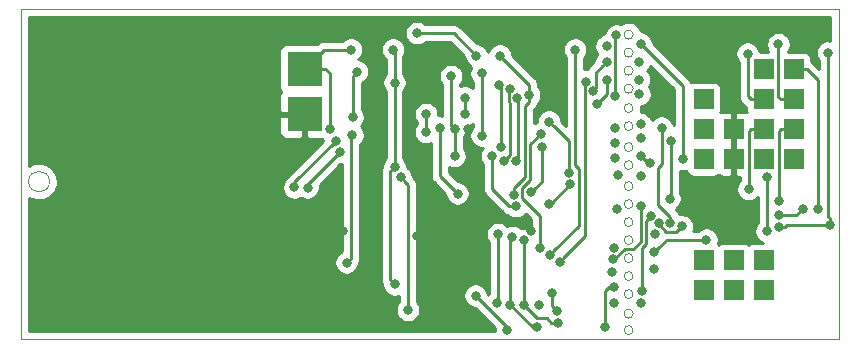
<source format=gbr>
G04 #@! TF.GenerationSoftware,KiCad,Pcbnew,(5.1.0)-1*
G04 #@! TF.CreationDate,2019-05-20T22:37:16-04:00*
G04 #@! TF.ProjectId,PicoTrackerWSPR1Rev5,5069636f-5472-4616-936b-657257535052,rev?*
G04 #@! TF.SameCoordinates,Original*
G04 #@! TF.FileFunction,Copper,L2,Bot*
G04 #@! TF.FilePolarity,Positive*
%FSLAX46Y46*%
G04 Gerber Fmt 4.6, Leading zero omitted, Abs format (unit mm)*
G04 Created by KiCad (PCBNEW (5.1.0)-1) date 2019-05-20 22:37:16*
%MOMM*%
%LPD*%
G04 APERTURE LIST*
%ADD10C,0.100000*%
%ADD11R,3.000000X3.000000*%
%ADD12R,1.700000X1.700000*%
%ADD13C,0.800000*%
%ADD14C,0.250000*%
%ADD15C,0.254000*%
G04 APERTURE END LIST*
D10*
X53975000Y-62230000D02*
X53975000Y-63500000D01*
X123190000Y-62230000D02*
X123190000Y-63500000D01*
X53975000Y-90170000D02*
X53975000Y-63500000D01*
X123190000Y-90170000D02*
X53975000Y-90170000D01*
X123190000Y-63500000D02*
X123190000Y-90170000D01*
X53975000Y-62230000D02*
X123190000Y-62230000D01*
X105791021Y-89408000D02*
G75*
G03X105791021Y-89408000I-381021J0D01*
G01*
X105791021Y-64389000D02*
G75*
G03X105791021Y-64389000I-381021J0D01*
G01*
X105791021Y-65913000D02*
G75*
G03X105791021Y-65913000I-381021J0D01*
G01*
X105791021Y-67437000D02*
G75*
G03X105791021Y-67437000I-381021J0D01*
G01*
X105791021Y-68961000D02*
G75*
G03X105791021Y-68961000I-381021J0D01*
G01*
X105791021Y-70612000D02*
G75*
G03X105791021Y-70612000I-381021J0D01*
G01*
X105791021Y-72136000D02*
G75*
G03X105791021Y-72136000I-381021J0D01*
G01*
X105791021Y-73914000D02*
G75*
G03X105791021Y-73914000I-381021J0D01*
G01*
X105791021Y-75438000D02*
G75*
G03X105791021Y-75438000I-381021J0D01*
G01*
X105791021Y-77216000D02*
G75*
G03X105791021Y-77216000I-381021J0D01*
G01*
X105791021Y-78740000D02*
G75*
G03X105791021Y-78740000I-381021J0D01*
G01*
X105791021Y-80264000D02*
G75*
G03X105791021Y-80264000I-381021J0D01*
G01*
X105791021Y-81788000D02*
G75*
G03X105791021Y-81788000I-381021J0D01*
G01*
X105791021Y-83312000D02*
G75*
G03X105791021Y-83312000I-381021J0D01*
G01*
X105791021Y-86360000D02*
G75*
G03X105791021Y-86360000I-381021J0D01*
G01*
X105791021Y-84836000D02*
G75*
G03X105791021Y-84836000I-381021J0D01*
G01*
X105791021Y-88011000D02*
G75*
G03X105791021Y-88011000I-381021J0D01*
G01*
X56388000Y-76835000D02*
G75*
G03X56388000Y-76835000I-889000J0D01*
G01*
D11*
X77978000Y-71120000D03*
X77978000Y-67310000D03*
D12*
X111760000Y-74930000D03*
X114300000Y-74930000D03*
X116840000Y-69850000D03*
X119380000Y-69850000D03*
X111760000Y-72390000D03*
X116840000Y-72390000D03*
X119380000Y-72390000D03*
X116840000Y-83506000D03*
X114300000Y-83506000D03*
X111760000Y-83506000D03*
X116840000Y-86046000D03*
X114300000Y-86046000D03*
X111760000Y-86046000D03*
X119380000Y-74930000D03*
X116840000Y-74930000D03*
X116840000Y-67310000D03*
X119380000Y-67310000D03*
X111760000Y-69850000D03*
X114300000Y-72390000D03*
D13*
X57150000Y-68707000D03*
X57150000Y-67818000D03*
X57150000Y-66929000D03*
X57150000Y-66040000D03*
X57150000Y-65151000D03*
X58039000Y-65151000D03*
X58928000Y-65151000D03*
X59817000Y-65151000D03*
X60706000Y-65151000D03*
X61595000Y-65405000D03*
X61595000Y-66294000D03*
X61595000Y-67183000D03*
X61595000Y-68072000D03*
X57785000Y-81026000D03*
X57785000Y-80137000D03*
X57785000Y-79248000D03*
X57785000Y-78359000D03*
X57785000Y-77470000D03*
X57785000Y-76581000D03*
X57785000Y-75692000D03*
X57785000Y-74803000D03*
X57785000Y-73914000D03*
X57785000Y-73025000D03*
X57785000Y-72136000D03*
X73025000Y-72136000D03*
X73025000Y-74803000D03*
X73025000Y-76581000D03*
X73025000Y-78359000D03*
X73025000Y-73025000D03*
X73025000Y-75692000D03*
X73025000Y-77470000D03*
X73025000Y-73914000D03*
X60706000Y-76581000D03*
X60706000Y-78359000D03*
X60706000Y-79248000D03*
X60706000Y-73025000D03*
X60706000Y-81026000D03*
X60706000Y-77470000D03*
X60706000Y-80137000D03*
X60706000Y-73914000D03*
X60706000Y-74803000D03*
X60706000Y-72136000D03*
X60706000Y-75692000D03*
X63627000Y-80137000D03*
X63627000Y-79248000D03*
X63627000Y-73914000D03*
X63627000Y-81026000D03*
X63627000Y-75692000D03*
X63627000Y-76581000D03*
X63627000Y-78359000D03*
X63627000Y-73025000D03*
X63627000Y-77470000D03*
X63627000Y-74803000D03*
X63627000Y-72136000D03*
X66421000Y-80137000D03*
X66421000Y-81026000D03*
X66421000Y-73025000D03*
X66421000Y-79248000D03*
X66421000Y-77470000D03*
X66421000Y-76581000D03*
X66421000Y-75692000D03*
X66421000Y-73914000D03*
X66421000Y-78359000D03*
X66421000Y-74803000D03*
X66421000Y-72136000D03*
X70104000Y-74803000D03*
X70104000Y-76581000D03*
X70104000Y-75692000D03*
X70104000Y-78359000D03*
X70104000Y-73025000D03*
X70104000Y-72136000D03*
X70104000Y-79248000D03*
X70104000Y-77470000D03*
X70104000Y-80137000D03*
X70104000Y-73914000D03*
X58674000Y-81026000D03*
X59690000Y-81026000D03*
X64516000Y-81026000D03*
X65405000Y-81026000D03*
X67310000Y-81026000D03*
X68199000Y-81026000D03*
X70993000Y-81026000D03*
X61595000Y-72136000D03*
X62611000Y-72136000D03*
X64516000Y-72136000D03*
X65405000Y-72136000D03*
X67310000Y-72136000D03*
X68199000Y-72136000D03*
X69088000Y-72136000D03*
X70993000Y-72136000D03*
X72009000Y-72136000D03*
X59817000Y-72136000D03*
X58801000Y-72136000D03*
X60579000Y-71247000D03*
X60579000Y-70358000D03*
X57785000Y-84582000D03*
X57785000Y-85471000D03*
X57785000Y-86360000D03*
X57785000Y-87249000D03*
X58674000Y-87249000D03*
X59563000Y-87249000D03*
X60452000Y-87249000D03*
X61341000Y-87249000D03*
X62230000Y-87249000D03*
X63119000Y-87249000D03*
X64008000Y-87249000D03*
X64897000Y-87249000D03*
X65786000Y-87249000D03*
X66675000Y-87249000D03*
X60452000Y-86233000D03*
X60452000Y-85090000D03*
X64008000Y-86360000D03*
X64008000Y-85471000D03*
X64008000Y-84582000D03*
X64008000Y-83693000D03*
X64008000Y-82804000D03*
X64008000Y-81915000D03*
X66675000Y-86233000D03*
X66675000Y-85217000D03*
X66675000Y-84201000D03*
X65405000Y-65151000D03*
X65405000Y-66040000D03*
X65405000Y-66929000D03*
X65405000Y-67818000D03*
X65405000Y-68707000D03*
X66294000Y-65151000D03*
X67183000Y-65151000D03*
X68072000Y-65151000D03*
X68961000Y-65151000D03*
X69850000Y-65151000D03*
X70739000Y-65151000D03*
X71628000Y-65151000D03*
X72517000Y-65151000D03*
X73406000Y-65151000D03*
X73406000Y-66040000D03*
X73406000Y-66929000D03*
X73406000Y-67818000D03*
X73406000Y-68707000D03*
X73406000Y-69596000D03*
X73406000Y-70485000D03*
X73406000Y-71374000D03*
X69850000Y-66040000D03*
X69850000Y-66929000D03*
X69850000Y-67945000D03*
X69850000Y-68961000D03*
X64516000Y-65151000D03*
X63627000Y-65151000D03*
X62611000Y-65151000D03*
X60452000Y-84074000D03*
X60579000Y-69469000D03*
X69088000Y-81026000D03*
X62611000Y-81026000D03*
X61595000Y-81026000D03*
X70104000Y-81026000D03*
X61595000Y-68961000D03*
X78232000Y-71628000D03*
X72949069Y-79232814D03*
X72949069Y-80152186D03*
X106680000Y-63500000D03*
X64897000Y-69469000D03*
X64008000Y-71120000D03*
X64262000Y-70231000D03*
X73256991Y-81027634D03*
X72136000Y-81026000D03*
X57531000Y-82804000D03*
X57531000Y-81915000D03*
X57531000Y-83693000D03*
X57277000Y-71374000D03*
X57277000Y-70485000D03*
X57150000Y-69596000D03*
X76343931Y-74366782D03*
X78331828Y-82550001D03*
X79375000Y-85725000D03*
X88265000Y-78232000D03*
X90687001Y-80512939D03*
X91186000Y-84582000D03*
X93980000Y-79502000D03*
X88392000Y-66548000D03*
X84294839Y-66581161D03*
X91821000Y-76073000D03*
X86995000Y-70358000D03*
X83947000Y-74549000D03*
X87122000Y-74549000D03*
X96139000Y-65050033D03*
X97155000Y-81026000D03*
X73279000Y-86995000D03*
X103377997Y-63245997D03*
X107315000Y-71120000D03*
X73260974Y-82042001D03*
X75655010Y-77470000D03*
X73260974Y-83058000D03*
X83820000Y-83975037D03*
X87503000Y-81407000D03*
X81208989Y-81026000D03*
X83947000Y-71468979D03*
X91821000Y-72390000D03*
X104267000Y-69543993D03*
X106328969Y-69432402D03*
X82042000Y-71374000D03*
X82439200Y-67523040D03*
X85593000Y-68458000D03*
X85598000Y-85528080D03*
X104381194Y-64454208D03*
X85471000Y-65659000D03*
X92529391Y-66172726D03*
X85592804Y-75558773D03*
X87503000Y-64262000D03*
X109982000Y-74930000D03*
X106426000Y-65151000D03*
X77851000Y-67564000D03*
X80095560Y-72417890D03*
X81915000Y-65659000D03*
X103541990Y-65368010D03*
X91567000Y-69723000D03*
X91567000Y-71120000D03*
X81534000Y-83693000D03*
X82019940Y-72900605D03*
X88265000Y-72644000D03*
X88265000Y-71120000D03*
X115479884Y-66003010D03*
X106299000Y-68199000D03*
X102743000Y-70231000D03*
X95991968Y-69715786D03*
X95883640Y-75123719D03*
X103541990Y-68197698D03*
X118087091Y-65203657D03*
X106298992Y-66675000D03*
X102428522Y-69127958D03*
X95347790Y-68950895D03*
X94885239Y-75066991D03*
X103541990Y-66675000D03*
X115570000Y-77470000D03*
X104267000Y-74803000D03*
X106428616Y-74673382D03*
X107200924Y-75280844D03*
X92960898Y-67680161D03*
X80604002Y-73406000D03*
X77105095Y-77328433D03*
X92964000Y-72931913D03*
X118110000Y-78486000D03*
X108966000Y-73406000D03*
X108877453Y-78268990D03*
X104267000Y-73533000D03*
X106426008Y-73152000D03*
X80960669Y-74340244D03*
X94615000Y-73877010D03*
X78232014Y-77343000D03*
X94402654Y-68624182D03*
X98044000Y-73914000D03*
X97130418Y-77746044D03*
X112007411Y-81751010D03*
X107569002Y-82804000D03*
X104140000Y-82423000D03*
X104393850Y-79123231D03*
X107649612Y-81293606D03*
X108204000Y-72263000D03*
X104267000Y-72263000D03*
X106425082Y-71956050D03*
X94519628Y-66165100D03*
X96991002Y-69505998D03*
X95680407Y-77932415D03*
X108947835Y-80375030D03*
X104013000Y-84455000D03*
X107569000Y-84201000D03*
X99314000Y-87757000D03*
X98891364Y-86291318D03*
X104139988Y-87122000D03*
X106483685Y-87122000D03*
X96520000Y-87249000D03*
X99441000Y-88772994D03*
X96525448Y-81802974D03*
X117094000Y-76454000D03*
X117094000Y-81026000D03*
X104139998Y-85725000D03*
X106561420Y-86125014D03*
X107315000Y-79756000D03*
X107948462Y-80339294D03*
X109917365Y-80620052D03*
X103378000Y-89154000D03*
X95377000Y-87249000D03*
X97663000Y-89154000D03*
X95566143Y-81520558D03*
X118110000Y-80645000D03*
X122428000Y-80518000D03*
X122301000Y-65913000D03*
X106433007Y-78868118D03*
X104099648Y-83422198D03*
X121412000Y-79121000D03*
X120142000Y-79121000D03*
X118181031Y-79647514D03*
X106426000Y-76326996D03*
X104482945Y-76312619D03*
X100471423Y-77062961D03*
X98664976Y-78727968D03*
X86731659Y-87692965D03*
X86106000Y-76454000D03*
X92456000Y-86487000D03*
X95123000Y-89408000D03*
X97817120Y-87315398D03*
X100895002Y-65659000D03*
X98737013Y-83042196D03*
X101778001Y-68368454D03*
X99564984Y-83602988D03*
X90932000Y-77851000D03*
X89408000Y-72263000D03*
X90387915Y-67898455D03*
X90678000Y-72390000D03*
X93853000Y-74676000D03*
X90678000Y-74676000D03*
X95878122Y-78915123D03*
X94361000Y-81280000D03*
X94291459Y-87074514D03*
X100330000Y-76073000D03*
X98679000Y-71755000D03*
X97953990Y-72771000D03*
X97929315Y-82452580D03*
D14*
X82042000Y-71374000D02*
X82042000Y-67920240D01*
X82042000Y-67920240D02*
X82439200Y-67523040D01*
X104267000Y-64568402D02*
X104381194Y-64454208D01*
X104267000Y-69543993D02*
X104267000Y-64568402D01*
X85593000Y-65781000D02*
X85471000Y-65659000D01*
X85593000Y-68458000D02*
X85593000Y-65781000D01*
X85198001Y-75953576D02*
X85592804Y-75558773D01*
X85593000Y-68458000D02*
X85593000Y-75558577D01*
X85598000Y-85528080D02*
X85198001Y-85128081D01*
X85198001Y-85128081D02*
X85198001Y-75953576D01*
X85593000Y-75558577D02*
X85592804Y-75558773D01*
X90618665Y-64262000D02*
X88068685Y-64262000D01*
X92529391Y-66172726D02*
X90618665Y-64262000D01*
X88068685Y-64262000D02*
X87503000Y-64262000D01*
X109982000Y-68707000D02*
X106825999Y-65550999D01*
X109982000Y-74930000D02*
X109982000Y-68707000D01*
X106825999Y-65550999D02*
X106426000Y-65151000D01*
X77978000Y-67310000D02*
X79728000Y-67310000D01*
X80095560Y-71852205D02*
X80095560Y-72417890D01*
X80095560Y-67677560D02*
X80095560Y-71852205D01*
X79728000Y-67310000D02*
X80095560Y-67677560D01*
X79629000Y-65659000D02*
X77978000Y-67310000D01*
X81915000Y-65659000D02*
X79629000Y-65659000D01*
X91567000Y-69723000D02*
X91567000Y-71120000D01*
X81933999Y-83293001D02*
X81933999Y-72879001D01*
X81534000Y-83693000D02*
X81933999Y-83293001D01*
X81933999Y-72879001D02*
X81998336Y-72879001D01*
X81998336Y-72879001D02*
X82019940Y-72900605D01*
X88265000Y-72644000D02*
X88265000Y-71120000D01*
X115479884Y-69589884D02*
X115479884Y-66568695D01*
X115740000Y-69850000D02*
X115479884Y-69589884D01*
X116840000Y-69850000D02*
X115740000Y-69850000D01*
X115479884Y-66568695D02*
X115479884Y-66003010D01*
X96012000Y-75057000D02*
X95945281Y-75123719D01*
X96012000Y-69735818D02*
X96012000Y-75057000D01*
X95945281Y-75123719D02*
X95883640Y-75123719D01*
X95991968Y-69715786D02*
X96012000Y-69735818D01*
X103541990Y-69432010D02*
X103541990Y-68763383D01*
X102743000Y-70231000D02*
X103541990Y-69432010D01*
X103541990Y-68763383D02*
X103541990Y-68197698D01*
X118087091Y-69657091D02*
X118087091Y-65769342D01*
X118280000Y-69850000D02*
X118087091Y-69657091D01*
X119380000Y-69850000D02*
X118280000Y-69850000D01*
X118087091Y-65769342D02*
X118087091Y-65203657D01*
X95347790Y-68950895D02*
X95266967Y-69031718D01*
X95373817Y-74578413D02*
X95285238Y-74666992D01*
X95373817Y-70170637D02*
X95373817Y-74578413D01*
X95285238Y-74666992D02*
X94885239Y-75066991D01*
X95266967Y-70063787D02*
X95373817Y-70170637D01*
X95266967Y-69031718D02*
X95266967Y-70063787D01*
X103141991Y-67074999D02*
X103541990Y-66675000D01*
X102611537Y-68944943D02*
X102611537Y-67605453D01*
X102428522Y-69127958D02*
X102611537Y-68944943D01*
X102611537Y-67605453D02*
X103141991Y-67074999D01*
X115740000Y-72390000D02*
X116840000Y-72390000D01*
X115570000Y-72560000D02*
X115740000Y-72390000D01*
X115570000Y-77470000D02*
X115570000Y-72560000D01*
X106428616Y-74673382D02*
X107036078Y-75280844D01*
X107036078Y-75280844D02*
X107200924Y-75280844D01*
X77105095Y-76904907D02*
X77105095Y-77328433D01*
X80604002Y-73406000D02*
X77105095Y-76904907D01*
X92960898Y-67680161D02*
X92960898Y-72928811D01*
X92960898Y-72928811D02*
X92964000Y-72931913D01*
X118110000Y-72560000D02*
X118110000Y-78486000D01*
X119380000Y-72390000D02*
X118280000Y-72390000D01*
X118280000Y-72390000D02*
X118110000Y-72560000D01*
X108966000Y-73406000D02*
X108966000Y-78180443D01*
X108966000Y-78180443D02*
X108877453Y-78268990D01*
X78232014Y-77068899D02*
X78232014Y-77343000D01*
X80960669Y-74340244D02*
X78232014Y-77068899D01*
X94615000Y-68836528D02*
X94402654Y-68624182D01*
X94615000Y-73877010D02*
X94615000Y-68836528D01*
X98044000Y-76832462D02*
X97530417Y-77346045D01*
X98044000Y-73914000D02*
X98044000Y-76832462D01*
X97530417Y-77346045D02*
X97130418Y-77746044D01*
X112007411Y-81751010D02*
X108621992Y-81751010D01*
X107969001Y-82404001D02*
X107569002Y-82804000D01*
X108621992Y-81751010D02*
X107969001Y-82404001D01*
X94519628Y-66165100D02*
X96991002Y-68636474D01*
X96991002Y-68636474D02*
X96991002Y-69505998D01*
X96991002Y-70071683D02*
X96614988Y-70447697D01*
X96614988Y-76432149D02*
X95680407Y-77366730D01*
X96991002Y-69505998D02*
X96991002Y-70071683D01*
X96614988Y-70447697D02*
X96614988Y-76432149D01*
X95680407Y-77366730D02*
X95680407Y-77932415D01*
X108947835Y-79809345D02*
X108947835Y-80375030D01*
X108204000Y-75350772D02*
X107913001Y-75641771D01*
X107913001Y-75641771D02*
X107913001Y-78774511D01*
X107913001Y-78774511D02*
X108947835Y-79809345D01*
X108204000Y-72263000D02*
X108204000Y-75350772D01*
X98891364Y-86291318D02*
X98891364Y-87334364D01*
X98891364Y-87334364D02*
X99314000Y-87757000D01*
X99441000Y-88772994D02*
X98875315Y-88772994D01*
X96919999Y-87648999D02*
X96520000Y-87249000D01*
X98475316Y-88372995D02*
X97643995Y-88372995D01*
X98875315Y-88772994D02*
X98475316Y-88372995D01*
X97643995Y-88372995D02*
X96919999Y-87648999D01*
X96520000Y-81808422D02*
X96525448Y-81802974D01*
X96520000Y-87249000D02*
X96520000Y-81808422D01*
X117094000Y-76454000D02*
X117094000Y-81026000D01*
X106561420Y-86125014D02*
X106561420Y-82415990D01*
X106883018Y-82094393D02*
X106883018Y-80187982D01*
X106915001Y-80155999D02*
X107315000Y-79756000D01*
X106561420Y-82415990D02*
X106883018Y-82094393D01*
X106883018Y-80187982D02*
X106915001Y-80155999D01*
X109433778Y-81103639D02*
X109517366Y-81020051D01*
X107948462Y-80452488D02*
X108599613Y-81103639D01*
X108599613Y-81103639D02*
X109433778Y-81103639D01*
X109517366Y-81020051D02*
X109917365Y-80620052D01*
X107948462Y-80339294D02*
X107948462Y-80452488D01*
X104139998Y-85725000D02*
X103759000Y-85725000D01*
X103759000Y-85725000D02*
X103378000Y-86106000D01*
X103378000Y-86106000D02*
X103378000Y-89154000D01*
X95377000Y-87249000D02*
X97282000Y-89154000D01*
X97282000Y-89154000D02*
X97663000Y-89154000D01*
X95377000Y-87249000D02*
X95377000Y-81709701D01*
X95377000Y-81709701D02*
X95566143Y-81520558D01*
X118675685Y-80645000D02*
X118110000Y-80645000D01*
X118802685Y-80518000D02*
X118675685Y-80645000D01*
X122428000Y-80518000D02*
X118802685Y-80518000D01*
X122428000Y-79952315D02*
X122301000Y-79825315D01*
X122428000Y-80518000D02*
X122428000Y-79952315D01*
X122301000Y-79825315D02*
X122301000Y-65913000D01*
X105791000Y-82550000D02*
X105086002Y-82550000D01*
X104213804Y-83422198D02*
X104099648Y-83422198D01*
X105086002Y-82550000D02*
X104213804Y-83422198D01*
X106433007Y-81907993D02*
X105791000Y-82550000D01*
X106433007Y-78868118D02*
X106433007Y-81907993D01*
X121412000Y-68242000D02*
X121412000Y-79121000D01*
X119380000Y-67310000D02*
X120480000Y-67310000D01*
X120480000Y-67310000D02*
X121412000Y-68242000D01*
X119615486Y-79647514D02*
X118746716Y-79647514D01*
X120142000Y-79121000D02*
X119615486Y-79647514D01*
X118746716Y-79647514D02*
X118181031Y-79647514D01*
X100471423Y-77062961D02*
X98806416Y-78727968D01*
X98806416Y-78727968D02*
X98664976Y-78727968D01*
X86505999Y-76853999D02*
X86106000Y-76454000D01*
X86731659Y-87692965D02*
X86731659Y-77079659D01*
X86731659Y-77079659D02*
X86505999Y-76853999D01*
X92456000Y-86487000D02*
X95123000Y-89154000D01*
X95123000Y-89154000D02*
X95123000Y-89408000D01*
X101196425Y-80582784D02*
X99137012Y-82642197D01*
X100895002Y-65659000D02*
X100895002Y-75438000D01*
X101196425Y-75739423D02*
X101196425Y-80582784D01*
X99137012Y-82642197D02*
X98737013Y-83042196D01*
X100895002Y-75438000D02*
X101196425Y-75739423D01*
X101778001Y-68368454D02*
X101703521Y-68442934D01*
X101703521Y-68442934D02*
X101703521Y-81464451D01*
X99964983Y-83202989D02*
X99564984Y-83602988D01*
X101703521Y-81464451D02*
X99964983Y-83202989D01*
X89408000Y-76327000D02*
X89408000Y-72828685D01*
X89408000Y-72828685D02*
X89408000Y-72263000D01*
X90932000Y-77851000D02*
X89408000Y-76327000D01*
X90387915Y-72099915D02*
X90678000Y-72390000D01*
X90387915Y-67898455D02*
X90387915Y-72099915D01*
X90678000Y-74676000D02*
X90678000Y-72390000D01*
X93853000Y-74676000D02*
X93853000Y-77455686D01*
X95312437Y-78915123D02*
X95878122Y-78915123D01*
X93853000Y-77455686D02*
X95312437Y-78915123D01*
X94361000Y-81280000D02*
X94361000Y-87004973D01*
X94361000Y-87004973D02*
X94291459Y-87074514D01*
X99078999Y-72154999D02*
X98679000Y-71755000D01*
X100330000Y-73406000D02*
X99078999Y-72154999D01*
X100330000Y-76073000D02*
X100330000Y-73406000D01*
X97953990Y-72771000D02*
X97064999Y-73659991D01*
X96405417Y-77398043D02*
X96405417Y-78187413D01*
X96405417Y-78187413D02*
X97929315Y-79711311D01*
X97929315Y-81886895D02*
X97929315Y-82452580D01*
X97929315Y-79711311D02*
X97929315Y-81886895D01*
X97064999Y-76738461D02*
X96405417Y-77398043D01*
X97064999Y-73659991D02*
X97064999Y-76738461D01*
D15*
G36*
X122505001Y-63466344D02*
G01*
X122505000Y-63466354D01*
X122505000Y-64898301D01*
X122402939Y-64878000D01*
X122199061Y-64878000D01*
X121999102Y-64917774D01*
X121810744Y-64995795D01*
X121641226Y-65109063D01*
X121497063Y-65253226D01*
X121383795Y-65422744D01*
X121305774Y-65611102D01*
X121266000Y-65811061D01*
X121266000Y-66014939D01*
X121305774Y-66214898D01*
X121383795Y-66403256D01*
X121497063Y-66572774D01*
X121541001Y-66616712D01*
X121541001Y-67296199D01*
X121043804Y-66799002D01*
X121020001Y-66769999D01*
X120904276Y-66675026D01*
X120868072Y-66655674D01*
X120868072Y-66460000D01*
X120855812Y-66335518D01*
X120819502Y-66215820D01*
X120760537Y-66105506D01*
X120681185Y-66008815D01*
X120584494Y-65929463D01*
X120474180Y-65870498D01*
X120354482Y-65834188D01*
X120230000Y-65821928D01*
X118918759Y-65821928D01*
X119004296Y-65693913D01*
X119082317Y-65505555D01*
X119122091Y-65305596D01*
X119122091Y-65101718D01*
X119082317Y-64901759D01*
X119004296Y-64713401D01*
X118891028Y-64543883D01*
X118746865Y-64399720D01*
X118577347Y-64286452D01*
X118388989Y-64208431D01*
X118189030Y-64168657D01*
X117985152Y-64168657D01*
X117785193Y-64208431D01*
X117596835Y-64286452D01*
X117427317Y-64399720D01*
X117283154Y-64543883D01*
X117169886Y-64713401D01*
X117091865Y-64901759D01*
X117052091Y-65101718D01*
X117052091Y-65305596D01*
X117091865Y-65505555D01*
X117169886Y-65693913D01*
X117255423Y-65821928D01*
X116499142Y-65821928D01*
X116475110Y-65701112D01*
X116397089Y-65512754D01*
X116283821Y-65343236D01*
X116139658Y-65199073D01*
X115970140Y-65085805D01*
X115781782Y-65007784D01*
X115581823Y-64968010D01*
X115377945Y-64968010D01*
X115177986Y-65007784D01*
X114989628Y-65085805D01*
X114820110Y-65199073D01*
X114675947Y-65343236D01*
X114562679Y-65512754D01*
X114484658Y-65701112D01*
X114444884Y-65901071D01*
X114444884Y-66104949D01*
X114484658Y-66304908D01*
X114562679Y-66493266D01*
X114675947Y-66662784D01*
X114719885Y-66706722D01*
X114719884Y-69552561D01*
X114716208Y-69589884D01*
X114719884Y-69627206D01*
X114719884Y-69627216D01*
X114730881Y-69738869D01*
X114766499Y-69856287D01*
X114774338Y-69882130D01*
X114844910Y-70014160D01*
X114870354Y-70045163D01*
X114939883Y-70129885D01*
X114968887Y-70153688D01*
X115176196Y-70360997D01*
X115199999Y-70390001D01*
X115315724Y-70484974D01*
X115351928Y-70504326D01*
X115351928Y-70700000D01*
X115364188Y-70824482D01*
X115400498Y-70944180D01*
X115407753Y-70957753D01*
X115394180Y-70950498D01*
X115274482Y-70914188D01*
X115150000Y-70901928D01*
X114585750Y-70905000D01*
X114427000Y-71063750D01*
X114427000Y-72263000D01*
X114447000Y-72263000D01*
X114447000Y-72517000D01*
X114427000Y-72517000D01*
X114427000Y-74803000D01*
X114447000Y-74803000D01*
X114447000Y-75057000D01*
X114427000Y-75057000D01*
X114427000Y-76256250D01*
X114585750Y-76415000D01*
X114810000Y-76416221D01*
X114810000Y-76766289D01*
X114766063Y-76810226D01*
X114652795Y-76979744D01*
X114574774Y-77168102D01*
X114535000Y-77368061D01*
X114535000Y-77571939D01*
X114574774Y-77771898D01*
X114652795Y-77960256D01*
X114766063Y-78129774D01*
X114910226Y-78273937D01*
X115079744Y-78387205D01*
X115268102Y-78465226D01*
X115468061Y-78505000D01*
X115671939Y-78505000D01*
X115871898Y-78465226D01*
X116060256Y-78387205D01*
X116229774Y-78273937D01*
X116334000Y-78169711D01*
X116334001Y-80322288D01*
X116290063Y-80366226D01*
X116176795Y-80535744D01*
X116098774Y-80724102D01*
X116059000Y-80924061D01*
X116059000Y-81127939D01*
X116098774Y-81327898D01*
X116176795Y-81516256D01*
X116290063Y-81685774D01*
X116434226Y-81829937D01*
X116603744Y-81943205D01*
X116784140Y-82017928D01*
X115990000Y-82017928D01*
X115865518Y-82030188D01*
X115745820Y-82066498D01*
X115635506Y-82125463D01*
X115570000Y-82179222D01*
X115504494Y-82125463D01*
X115394180Y-82066498D01*
X115274482Y-82030188D01*
X115150000Y-82017928D01*
X113450000Y-82017928D01*
X113325518Y-82030188D01*
X113205820Y-82066498D01*
X113095506Y-82125463D01*
X113030000Y-82179222D01*
X112970531Y-82130418D01*
X113002637Y-82052908D01*
X113042411Y-81852949D01*
X113042411Y-81649071D01*
X113002637Y-81449112D01*
X112924616Y-81260754D01*
X112811348Y-81091236D01*
X112667185Y-80947073D01*
X112497667Y-80833805D01*
X112309309Y-80755784D01*
X112109350Y-80716010D01*
X111905472Y-80716010D01*
X111705513Y-80755784D01*
X111517155Y-80833805D01*
X111347637Y-80947073D01*
X111303700Y-80991010D01*
X110883985Y-80991010D01*
X110912591Y-80921950D01*
X110952365Y-80721991D01*
X110952365Y-80518113D01*
X110912591Y-80318154D01*
X110834570Y-80129796D01*
X110721302Y-79960278D01*
X110577139Y-79816115D01*
X110407621Y-79702847D01*
X110219263Y-79624826D01*
X110019304Y-79585052D01*
X109815426Y-79585052D01*
X109682042Y-79611583D01*
X109653381Y-79517098D01*
X109582809Y-79385069D01*
X109487836Y-79269344D01*
X109458839Y-79245547D01*
X109386758Y-79173467D01*
X109537227Y-79072927D01*
X109681390Y-78928764D01*
X109794658Y-78759246D01*
X109872679Y-78570888D01*
X109912453Y-78370929D01*
X109912453Y-78167051D01*
X109872679Y-77967092D01*
X109794658Y-77778734D01*
X109726000Y-77675980D01*
X109726000Y-75934356D01*
X109880061Y-75965000D01*
X110083939Y-75965000D01*
X110283898Y-75925226D01*
X110289746Y-75922804D01*
X110320498Y-76024180D01*
X110379463Y-76134494D01*
X110458815Y-76231185D01*
X110555506Y-76310537D01*
X110665820Y-76369502D01*
X110785518Y-76405812D01*
X110910000Y-76418072D01*
X112610000Y-76418072D01*
X112734482Y-76405812D01*
X112854180Y-76369502D01*
X112964494Y-76310537D01*
X113030000Y-76256778D01*
X113095506Y-76310537D01*
X113205820Y-76369502D01*
X113325518Y-76405812D01*
X113450000Y-76418072D01*
X114014250Y-76415000D01*
X114173000Y-76256250D01*
X114173000Y-75057000D01*
X114153000Y-75057000D01*
X114153000Y-74803000D01*
X114173000Y-74803000D01*
X114173000Y-72517000D01*
X114153000Y-72517000D01*
X114153000Y-72263000D01*
X114173000Y-72263000D01*
X114173000Y-71063750D01*
X114014250Y-70905000D01*
X113450000Y-70901928D01*
X113325518Y-70914188D01*
X113205820Y-70950498D01*
X113192247Y-70957753D01*
X113199502Y-70944180D01*
X113235812Y-70824482D01*
X113248072Y-70700000D01*
X113248072Y-69000000D01*
X113235812Y-68875518D01*
X113199502Y-68755820D01*
X113140537Y-68645506D01*
X113061185Y-68548815D01*
X112964494Y-68469463D01*
X112854180Y-68410498D01*
X112734482Y-68374188D01*
X112610000Y-68361928D01*
X110910000Y-68361928D01*
X110785518Y-68374188D01*
X110682558Y-68405421D01*
X110616974Y-68282724D01*
X110582262Y-68240427D01*
X110545799Y-68195996D01*
X110545795Y-68195992D01*
X110522001Y-68166999D01*
X110493008Y-68143205D01*
X107461000Y-65111199D01*
X107461000Y-65049061D01*
X107421226Y-64849102D01*
X107343205Y-64660744D01*
X107229937Y-64491226D01*
X107085774Y-64347063D01*
X106916256Y-64233795D01*
X106727898Y-64155774D01*
X106527939Y-64116000D01*
X106457662Y-64116000D01*
X106449257Y-64073745D01*
X106367785Y-63877053D01*
X106249506Y-63700036D01*
X106098964Y-63549494D01*
X105921947Y-63431215D01*
X105725255Y-63349743D01*
X105516449Y-63308208D01*
X105303551Y-63308208D01*
X105094745Y-63349743D01*
X104898053Y-63431215D01*
X104790137Y-63503322D01*
X104683092Y-63458982D01*
X104483133Y-63419208D01*
X104279255Y-63419208D01*
X104079296Y-63458982D01*
X103890938Y-63537003D01*
X103721420Y-63650271D01*
X103577257Y-63794434D01*
X103463989Y-63963952D01*
X103385968Y-64152310D01*
X103346316Y-64351655D01*
X103240092Y-64372784D01*
X103051734Y-64450805D01*
X102882216Y-64564073D01*
X102738053Y-64708236D01*
X102624785Y-64877754D01*
X102546764Y-65066112D01*
X102506990Y-65266071D01*
X102506990Y-65469949D01*
X102546764Y-65669908D01*
X102624785Y-65858266D01*
X102733858Y-66021505D01*
X102624785Y-66184744D01*
X102546764Y-66373102D01*
X102506990Y-66573061D01*
X102506990Y-66635198D01*
X102100535Y-67041654D01*
X102071537Y-67065452D01*
X102047739Y-67094450D01*
X102047738Y-67094451D01*
X101976563Y-67181177D01*
X101905991Y-67313207D01*
X101898716Y-67337189D01*
X101879940Y-67333454D01*
X101676062Y-67333454D01*
X101655002Y-67337643D01*
X101655002Y-66362711D01*
X101698939Y-66318774D01*
X101812207Y-66149256D01*
X101890228Y-65960898D01*
X101930002Y-65760939D01*
X101930002Y-65557061D01*
X101890228Y-65357102D01*
X101812207Y-65168744D01*
X101698939Y-64999226D01*
X101554776Y-64855063D01*
X101385258Y-64741795D01*
X101196900Y-64663774D01*
X100996941Y-64624000D01*
X100793063Y-64624000D01*
X100593104Y-64663774D01*
X100404746Y-64741795D01*
X100235228Y-64855063D01*
X100091065Y-64999226D01*
X99977797Y-65168744D01*
X99899776Y-65357102D01*
X99860002Y-65557061D01*
X99860002Y-65760939D01*
X99899776Y-65960898D01*
X99977797Y-66149256D01*
X100091065Y-66318774D01*
X100135002Y-66362711D01*
X100135003Y-72136201D01*
X99714000Y-71715199D01*
X99714000Y-71653061D01*
X99674226Y-71453102D01*
X99596205Y-71264744D01*
X99482937Y-71095226D01*
X99338774Y-70951063D01*
X99169256Y-70837795D01*
X98980898Y-70759774D01*
X98780939Y-70720000D01*
X98577061Y-70720000D01*
X98377102Y-70759774D01*
X98188744Y-70837795D01*
X98019226Y-70951063D01*
X97875063Y-71095226D01*
X97761795Y-71264744D01*
X97683774Y-71453102D01*
X97644000Y-71653061D01*
X97644000Y-71779126D01*
X97463734Y-71853795D01*
X97374988Y-71913093D01*
X97374988Y-70762498D01*
X97501999Y-70635487D01*
X97531003Y-70611684D01*
X97625976Y-70495959D01*
X97696548Y-70363930D01*
X97739989Y-70220722D01*
X97794939Y-70165772D01*
X97908207Y-69996254D01*
X97986228Y-69807896D01*
X98026002Y-69607937D01*
X98026002Y-69404059D01*
X97986228Y-69204100D01*
X97908207Y-69015742D01*
X97794939Y-68846224D01*
X97751002Y-68802287D01*
X97751002Y-68673807D01*
X97754679Y-68636474D01*
X97740005Y-68487488D01*
X97696548Y-68344227D01*
X97625976Y-68212198D01*
X97554801Y-68125471D01*
X97531003Y-68096473D01*
X97502006Y-68072676D01*
X95554628Y-66125299D01*
X95554628Y-66063161D01*
X95514854Y-65863202D01*
X95436833Y-65674844D01*
X95323565Y-65505326D01*
X95179402Y-65361163D01*
X95009884Y-65247895D01*
X94821526Y-65169874D01*
X94621567Y-65130100D01*
X94417689Y-65130100D01*
X94217730Y-65169874D01*
X94029372Y-65247895D01*
X93859854Y-65361163D01*
X93715691Y-65505326D01*
X93602423Y-65674844D01*
X93524402Y-65863202D01*
X93523447Y-65868003D01*
X93446596Y-65682470D01*
X93333328Y-65512952D01*
X93189165Y-65368789D01*
X93019647Y-65255521D01*
X92831289Y-65177500D01*
X92631330Y-65137726D01*
X92569193Y-65137726D01*
X91182469Y-63751003D01*
X91158666Y-63721999D01*
X91042941Y-63627026D01*
X90910912Y-63556454D01*
X90767651Y-63512997D01*
X90655998Y-63502000D01*
X90655987Y-63502000D01*
X90618665Y-63498324D01*
X90581343Y-63502000D01*
X88206711Y-63502000D01*
X88162774Y-63458063D01*
X87993256Y-63344795D01*
X87804898Y-63266774D01*
X87604939Y-63227000D01*
X87401061Y-63227000D01*
X87201102Y-63266774D01*
X87012744Y-63344795D01*
X86843226Y-63458063D01*
X86699063Y-63602226D01*
X86585795Y-63771744D01*
X86507774Y-63960102D01*
X86468000Y-64160061D01*
X86468000Y-64363939D01*
X86507774Y-64563898D01*
X86585795Y-64752256D01*
X86699063Y-64921774D01*
X86843226Y-65065937D01*
X87012744Y-65179205D01*
X87201102Y-65257226D01*
X87401061Y-65297000D01*
X87604939Y-65297000D01*
X87804898Y-65257226D01*
X87993256Y-65179205D01*
X88162774Y-65065937D01*
X88206711Y-65022000D01*
X90303864Y-65022000D01*
X91494391Y-66212528D01*
X91494391Y-66274665D01*
X91534165Y-66474624D01*
X91612186Y-66662982D01*
X91725454Y-66832500D01*
X91869617Y-66976663D01*
X92039135Y-67089931D01*
X92095025Y-67113081D01*
X92043693Y-67189905D01*
X91965672Y-67378263D01*
X91925898Y-67578222D01*
X91925898Y-67782100D01*
X91965672Y-67982059D01*
X92043693Y-68170417D01*
X92156961Y-68339935D01*
X92200898Y-68383872D01*
X92200898Y-68901773D01*
X92057256Y-68805795D01*
X91868898Y-68727774D01*
X91668939Y-68688000D01*
X91465061Y-68688000D01*
X91265102Y-68727774D01*
X91147915Y-68776315D01*
X91147915Y-68602166D01*
X91191852Y-68558229D01*
X91305120Y-68388711D01*
X91383141Y-68200353D01*
X91422915Y-68000394D01*
X91422915Y-67796516D01*
X91383141Y-67596557D01*
X91305120Y-67408199D01*
X91191852Y-67238681D01*
X91047689Y-67094518D01*
X90878171Y-66981250D01*
X90689813Y-66903229D01*
X90489854Y-66863455D01*
X90285976Y-66863455D01*
X90086017Y-66903229D01*
X89897659Y-66981250D01*
X89728141Y-67094518D01*
X89583978Y-67238681D01*
X89470710Y-67408199D01*
X89392689Y-67596557D01*
X89352915Y-67796516D01*
X89352915Y-68000394D01*
X89392689Y-68200353D01*
X89470710Y-68388711D01*
X89583978Y-68558229D01*
X89627915Y-68602166D01*
X89627916Y-71251467D01*
X89509939Y-71228000D01*
X89306061Y-71228000D01*
X89298495Y-71229505D01*
X89300000Y-71221939D01*
X89300000Y-71018061D01*
X89260226Y-70818102D01*
X89182205Y-70629744D01*
X89068937Y-70460226D01*
X88924774Y-70316063D01*
X88755256Y-70202795D01*
X88566898Y-70124774D01*
X88366939Y-70085000D01*
X88163061Y-70085000D01*
X87963102Y-70124774D01*
X87774744Y-70202795D01*
X87605226Y-70316063D01*
X87461063Y-70460226D01*
X87347795Y-70629744D01*
X87269774Y-70818102D01*
X87230000Y-71018061D01*
X87230000Y-71221939D01*
X87269774Y-71421898D01*
X87347795Y-71610256D01*
X87461063Y-71779774D01*
X87505001Y-71823712D01*
X87505000Y-71940289D01*
X87461063Y-71984226D01*
X87347795Y-72153744D01*
X87269774Y-72342102D01*
X87230000Y-72542061D01*
X87230000Y-72745939D01*
X87269774Y-72945898D01*
X87347795Y-73134256D01*
X87461063Y-73303774D01*
X87605226Y-73447937D01*
X87774744Y-73561205D01*
X87963102Y-73639226D01*
X88163061Y-73679000D01*
X88366939Y-73679000D01*
X88566898Y-73639226D01*
X88648001Y-73605632D01*
X88648000Y-76289677D01*
X88644324Y-76327000D01*
X88648000Y-76364322D01*
X88648000Y-76364332D01*
X88658997Y-76475985D01*
X88701993Y-76617727D01*
X88702454Y-76619246D01*
X88773026Y-76751276D01*
X88802683Y-76787413D01*
X88867999Y-76867001D01*
X88897002Y-76890803D01*
X89897000Y-77890802D01*
X89897000Y-77952939D01*
X89936774Y-78152898D01*
X90014795Y-78341256D01*
X90128063Y-78510774D01*
X90272226Y-78654937D01*
X90441744Y-78768205D01*
X90630102Y-78846226D01*
X90830061Y-78886000D01*
X91033939Y-78886000D01*
X91233898Y-78846226D01*
X91422256Y-78768205D01*
X91591774Y-78654937D01*
X91735937Y-78510774D01*
X91849205Y-78341256D01*
X91927226Y-78152898D01*
X91967000Y-77952939D01*
X91967000Y-77749061D01*
X91927226Y-77549102D01*
X91849205Y-77360744D01*
X91735937Y-77191226D01*
X91591774Y-77047063D01*
X91422256Y-76933795D01*
X91233898Y-76855774D01*
X91033939Y-76816000D01*
X90971802Y-76816000D01*
X90168000Y-76012199D01*
X90168000Y-75580013D01*
X90187744Y-75593205D01*
X90376102Y-75671226D01*
X90576061Y-75711000D01*
X90779939Y-75711000D01*
X90979898Y-75671226D01*
X91168256Y-75593205D01*
X91337774Y-75479937D01*
X91481937Y-75335774D01*
X91595205Y-75166256D01*
X91673226Y-74977898D01*
X91713000Y-74777939D01*
X91713000Y-74574061D01*
X91673226Y-74374102D01*
X91595205Y-74185744D01*
X91481937Y-74016226D01*
X91438000Y-73972289D01*
X91438000Y-73093711D01*
X91481937Y-73049774D01*
X91595205Y-72880256D01*
X91673226Y-72691898D01*
X91713000Y-72491939D01*
X91713000Y-72288061D01*
X91685863Y-72151634D01*
X91868898Y-72115226D01*
X92057256Y-72037205D01*
X92200899Y-71941226D01*
X92200899Y-72231303D01*
X92160063Y-72272139D01*
X92046795Y-72441657D01*
X91968774Y-72630015D01*
X91929000Y-72829974D01*
X91929000Y-73033852D01*
X91968774Y-73233811D01*
X92046795Y-73422169D01*
X92160063Y-73591687D01*
X92304226Y-73735850D01*
X92473744Y-73849118D01*
X92662102Y-73927139D01*
X92862061Y-73966913D01*
X93065939Y-73966913D01*
X93106430Y-73958859D01*
X93049063Y-74016226D01*
X92935795Y-74185744D01*
X92857774Y-74374102D01*
X92818000Y-74574061D01*
X92818000Y-74777939D01*
X92857774Y-74977898D01*
X92935795Y-75166256D01*
X93049063Y-75335774D01*
X93093000Y-75379711D01*
X93093001Y-77418354D01*
X93089324Y-77455686D01*
X93093001Y-77493019D01*
X93103998Y-77604672D01*
X93113273Y-77635247D01*
X93147454Y-77747932D01*
X93218026Y-77879962D01*
X93289201Y-77966688D01*
X93313000Y-77995687D01*
X93341998Y-78019485D01*
X94748638Y-79426126D01*
X94772436Y-79455124D01*
X94888161Y-79550097D01*
X95020190Y-79620669D01*
X95163398Y-79664110D01*
X95218348Y-79719060D01*
X95387866Y-79832328D01*
X95576224Y-79910349D01*
X95776183Y-79950123D01*
X95980061Y-79950123D01*
X96180020Y-79910349D01*
X96368378Y-79832328D01*
X96537896Y-79719060D01*
X96682059Y-79574897D01*
X96696495Y-79553292D01*
X97169315Y-80026113D01*
X97169316Y-80988409D01*
X97015704Y-80885769D01*
X96827346Y-80807748D01*
X96627387Y-80767974D01*
X96423509Y-80767974D01*
X96301532Y-80792236D01*
X96225917Y-80716621D01*
X96056399Y-80603353D01*
X95868041Y-80525332D01*
X95668082Y-80485558D01*
X95464204Y-80485558D01*
X95264245Y-80525332D01*
X95126924Y-80582213D01*
X95020774Y-80476063D01*
X94851256Y-80362795D01*
X94662898Y-80284774D01*
X94462939Y-80245000D01*
X94259061Y-80245000D01*
X94059102Y-80284774D01*
X93870744Y-80362795D01*
X93701226Y-80476063D01*
X93557063Y-80620226D01*
X93443795Y-80789744D01*
X93365774Y-80978102D01*
X93326000Y-81178061D01*
X93326000Y-81381939D01*
X93365774Y-81581898D01*
X93443795Y-81770256D01*
X93557063Y-81939774D01*
X93601000Y-81983711D01*
X93601001Y-86301261D01*
X93491000Y-86411262D01*
X93491000Y-86385061D01*
X93451226Y-86185102D01*
X93373205Y-85996744D01*
X93259937Y-85827226D01*
X93115774Y-85683063D01*
X92946256Y-85569795D01*
X92757898Y-85491774D01*
X92557939Y-85452000D01*
X92354061Y-85452000D01*
X92154102Y-85491774D01*
X91965744Y-85569795D01*
X91796226Y-85683063D01*
X91652063Y-85827226D01*
X91538795Y-85996744D01*
X91460774Y-86185102D01*
X91421000Y-86385061D01*
X91421000Y-86588939D01*
X91460774Y-86788898D01*
X91538795Y-86977256D01*
X91652063Y-87146774D01*
X91796226Y-87290937D01*
X91965744Y-87404205D01*
X92154102Y-87482226D01*
X92354061Y-87522000D01*
X92416199Y-87522000D01*
X94106625Y-89212427D01*
X94088000Y-89306061D01*
X94088000Y-89485000D01*
X54660000Y-89485000D01*
X54660000Y-78186481D01*
X54901877Y-78312931D01*
X55200314Y-78400766D01*
X55510128Y-78428961D01*
X55819518Y-78396443D01*
X56116700Y-78304450D01*
X56390353Y-78156486D01*
X56630056Y-77958187D01*
X56826676Y-77717106D01*
X56972726Y-77442426D01*
X57062643Y-77144610D01*
X57093000Y-76835000D01*
X57092379Y-76790493D01*
X57053388Y-76481852D01*
X56955191Y-76186662D01*
X56801529Y-75916167D01*
X56598254Y-75680670D01*
X56353108Y-75489141D01*
X56075430Y-75348876D01*
X55775795Y-75265216D01*
X55465618Y-75241350D01*
X55156712Y-75278184D01*
X54860844Y-75374318D01*
X54660000Y-75486566D01*
X54660000Y-72620000D01*
X75839928Y-72620000D01*
X75852188Y-72744482D01*
X75888498Y-72864180D01*
X75947463Y-72974494D01*
X76026815Y-73071185D01*
X76123506Y-73150537D01*
X76233820Y-73209502D01*
X76353518Y-73245812D01*
X76478000Y-73258072D01*
X77692250Y-73255000D01*
X77851000Y-73096250D01*
X77851000Y-71247000D01*
X76001750Y-71247000D01*
X75843000Y-71405750D01*
X75839928Y-72620000D01*
X54660000Y-72620000D01*
X54660000Y-65810000D01*
X75839928Y-65810000D01*
X75839928Y-68810000D01*
X75852188Y-68934482D01*
X75888498Y-69054180D01*
X75947463Y-69164494D01*
X75988912Y-69215000D01*
X75947463Y-69265506D01*
X75888498Y-69375820D01*
X75852188Y-69495518D01*
X75839928Y-69620000D01*
X75843000Y-70834250D01*
X76001750Y-70993000D01*
X77851000Y-70993000D01*
X77851000Y-70973000D01*
X78105000Y-70973000D01*
X78105000Y-70993000D01*
X78125000Y-70993000D01*
X78125000Y-71247000D01*
X78105000Y-71247000D01*
X78105000Y-73096250D01*
X78263750Y-73255000D01*
X79478000Y-73258072D01*
X79488485Y-73257039D01*
X79569002Y-73310839D01*
X79569002Y-73366198D01*
X76594098Y-76341103D01*
X76565094Y-76364906D01*
X76521462Y-76418072D01*
X76470121Y-76480631D01*
X76447426Y-76523089D01*
X76445321Y-76524496D01*
X76301158Y-76668659D01*
X76187890Y-76838177D01*
X76109869Y-77026535D01*
X76070095Y-77226494D01*
X76070095Y-77430372D01*
X76109869Y-77630331D01*
X76187890Y-77818689D01*
X76301158Y-77988207D01*
X76445321Y-78132370D01*
X76614839Y-78245638D01*
X76803197Y-78323659D01*
X77003156Y-78363433D01*
X77207034Y-78363433D01*
X77406993Y-78323659D01*
X77595351Y-78245638D01*
X77657654Y-78204009D01*
X77741758Y-78260205D01*
X77930116Y-78338226D01*
X78130075Y-78378000D01*
X78333953Y-78378000D01*
X78533912Y-78338226D01*
X78722270Y-78260205D01*
X78891788Y-78146937D01*
X79035951Y-78002774D01*
X79149219Y-77833256D01*
X79227240Y-77644898D01*
X79267014Y-77444939D01*
X79267014Y-77241061D01*
X79245054Y-77130660D01*
X81000471Y-75375244D01*
X81062608Y-75375244D01*
X81174000Y-75353087D01*
X81173999Y-82721841D01*
X81043744Y-82775795D01*
X80874226Y-82889063D01*
X80730063Y-83033226D01*
X80616795Y-83202744D01*
X80538774Y-83391102D01*
X80499000Y-83591061D01*
X80499000Y-83794939D01*
X80538774Y-83994898D01*
X80616795Y-84183256D01*
X80730063Y-84352774D01*
X80874226Y-84496937D01*
X81043744Y-84610205D01*
X81232102Y-84688226D01*
X81432061Y-84728000D01*
X81635939Y-84728000D01*
X81835898Y-84688226D01*
X82024256Y-84610205D01*
X82193774Y-84496937D01*
X82337937Y-84352774D01*
X82451205Y-84183256D01*
X82529226Y-83994898D01*
X82569000Y-83794939D01*
X82569000Y-83717226D01*
X82639545Y-83585248D01*
X82683002Y-83441987D01*
X82693999Y-83330334D01*
X82693999Y-83330324D01*
X82697675Y-83293002D01*
X82693999Y-83255679D01*
X82693999Y-75953576D01*
X84434325Y-75953576D01*
X84438002Y-75990908D01*
X84438001Y-85090759D01*
X84434325Y-85128081D01*
X84438001Y-85165403D01*
X84438001Y-85165413D01*
X84448998Y-85277066D01*
X84486427Y-85400454D01*
X84492455Y-85420327D01*
X84563000Y-85552306D01*
X84563000Y-85630019D01*
X84602774Y-85829978D01*
X84680795Y-86018336D01*
X84794063Y-86187854D01*
X84938226Y-86332017D01*
X85107744Y-86445285D01*
X85296102Y-86523306D01*
X85496061Y-86563080D01*
X85699939Y-86563080D01*
X85899898Y-86523306D01*
X85971659Y-86493581D01*
X85971659Y-86989254D01*
X85927722Y-87033191D01*
X85814454Y-87202709D01*
X85736433Y-87391067D01*
X85696659Y-87591026D01*
X85696659Y-87794904D01*
X85736433Y-87994863D01*
X85814454Y-88183221D01*
X85927722Y-88352739D01*
X86071885Y-88496902D01*
X86241403Y-88610170D01*
X86429761Y-88688191D01*
X86629720Y-88727965D01*
X86833598Y-88727965D01*
X87033557Y-88688191D01*
X87221915Y-88610170D01*
X87391433Y-88496902D01*
X87535596Y-88352739D01*
X87648864Y-88183221D01*
X87726885Y-87994863D01*
X87766659Y-87794904D01*
X87766659Y-87591026D01*
X87726885Y-87391067D01*
X87648864Y-87202709D01*
X87535596Y-87033191D01*
X87491659Y-86989254D01*
X87491659Y-77116981D01*
X87495335Y-77079658D01*
X87491659Y-77042335D01*
X87491659Y-77042326D01*
X87480662Y-76930673D01*
X87437205Y-76787412D01*
X87366633Y-76655383D01*
X87271660Y-76539658D01*
X87242661Y-76515859D01*
X87141000Y-76414199D01*
X87141000Y-76352061D01*
X87101226Y-76152102D01*
X87023205Y-75963744D01*
X86909937Y-75794226D01*
X86765774Y-75650063D01*
X86627804Y-75557875D01*
X86627804Y-75456834D01*
X86588030Y-75256875D01*
X86510009Y-75068517D01*
X86396741Y-74898999D01*
X86353000Y-74855258D01*
X86353000Y-69161711D01*
X86396937Y-69117774D01*
X86510205Y-68948256D01*
X86588226Y-68759898D01*
X86628000Y-68559939D01*
X86628000Y-68356061D01*
X86588226Y-68156102D01*
X86510205Y-67967744D01*
X86396937Y-67798226D01*
X86353000Y-67754289D01*
X86353000Y-66201944D01*
X86388205Y-66149256D01*
X86466226Y-65960898D01*
X86506000Y-65760939D01*
X86506000Y-65557061D01*
X86466226Y-65357102D01*
X86388205Y-65168744D01*
X86274937Y-64999226D01*
X86130774Y-64855063D01*
X85961256Y-64741795D01*
X85772898Y-64663774D01*
X85572939Y-64624000D01*
X85369061Y-64624000D01*
X85169102Y-64663774D01*
X84980744Y-64741795D01*
X84811226Y-64855063D01*
X84667063Y-64999226D01*
X84553795Y-65168744D01*
X84475774Y-65357102D01*
X84436000Y-65557061D01*
X84436000Y-65760939D01*
X84475774Y-65960898D01*
X84553795Y-66149256D01*
X84667063Y-66318774D01*
X84811226Y-66462937D01*
X84833001Y-66477486D01*
X84833000Y-67754289D01*
X84789063Y-67798226D01*
X84675795Y-67967744D01*
X84597774Y-68156102D01*
X84558000Y-68356061D01*
X84558000Y-68559939D01*
X84597774Y-68759898D01*
X84675795Y-68948256D01*
X84789063Y-69117774D01*
X84833000Y-69161711D01*
X84833001Y-74854865D01*
X84788867Y-74898999D01*
X84675599Y-75068517D01*
X84597578Y-75256875D01*
X84557804Y-75456834D01*
X84557804Y-75539071D01*
X84492455Y-75661330D01*
X84471550Y-75730247D01*
X84448999Y-75804590D01*
X84438002Y-75916243D01*
X84434325Y-75953576D01*
X82693999Y-75953576D01*
X82693999Y-73690257D01*
X82823877Y-73560379D01*
X82937145Y-73390861D01*
X83015166Y-73202503D01*
X83054940Y-73002544D01*
X83054940Y-72798666D01*
X83015166Y-72598707D01*
X82937145Y-72410349D01*
X82823877Y-72240831D01*
X82731379Y-72148333D01*
X82845937Y-72033774D01*
X82959205Y-71864256D01*
X83037226Y-71675898D01*
X83077000Y-71475939D01*
X83077000Y-71272061D01*
X83037226Y-71072102D01*
X82959205Y-70883744D01*
X82845937Y-70714226D01*
X82802000Y-70670289D01*
X82802000Y-68493039D01*
X82929456Y-68440245D01*
X83098974Y-68326977D01*
X83243137Y-68182814D01*
X83356405Y-68013296D01*
X83434426Y-67824938D01*
X83474200Y-67624979D01*
X83474200Y-67421101D01*
X83434426Y-67221142D01*
X83356405Y-67032784D01*
X83243137Y-66863266D01*
X83098974Y-66719103D01*
X82929456Y-66605835D01*
X82741098Y-66527814D01*
X82541139Y-66488040D01*
X82537205Y-66488040D01*
X82574774Y-66462937D01*
X82718937Y-66318774D01*
X82832205Y-66149256D01*
X82910226Y-65960898D01*
X82950000Y-65760939D01*
X82950000Y-65557061D01*
X82910226Y-65357102D01*
X82832205Y-65168744D01*
X82718937Y-64999226D01*
X82574774Y-64855063D01*
X82405256Y-64741795D01*
X82216898Y-64663774D01*
X82016939Y-64624000D01*
X81813061Y-64624000D01*
X81613102Y-64663774D01*
X81424744Y-64741795D01*
X81255226Y-64855063D01*
X81211289Y-64899000D01*
X79666333Y-64899000D01*
X79629000Y-64895323D01*
X79591667Y-64899000D01*
X79480014Y-64909997D01*
X79336753Y-64953454D01*
X79204724Y-65024026D01*
X79088999Y-65118999D01*
X79065201Y-65147997D01*
X79041270Y-65171928D01*
X76478000Y-65171928D01*
X76353518Y-65184188D01*
X76233820Y-65220498D01*
X76123506Y-65279463D01*
X76026815Y-65358815D01*
X75947463Y-65455506D01*
X75888498Y-65565820D01*
X75852188Y-65685518D01*
X75839928Y-65810000D01*
X54660000Y-65810000D01*
X54660000Y-62915000D01*
X122505001Y-62915000D01*
X122505001Y-63466344D01*
X122505001Y-63466344D01*
G37*
X122505001Y-63466344D02*
X122505000Y-63466354D01*
X122505000Y-64898301D01*
X122402939Y-64878000D01*
X122199061Y-64878000D01*
X121999102Y-64917774D01*
X121810744Y-64995795D01*
X121641226Y-65109063D01*
X121497063Y-65253226D01*
X121383795Y-65422744D01*
X121305774Y-65611102D01*
X121266000Y-65811061D01*
X121266000Y-66014939D01*
X121305774Y-66214898D01*
X121383795Y-66403256D01*
X121497063Y-66572774D01*
X121541001Y-66616712D01*
X121541001Y-67296199D01*
X121043804Y-66799002D01*
X121020001Y-66769999D01*
X120904276Y-66675026D01*
X120868072Y-66655674D01*
X120868072Y-66460000D01*
X120855812Y-66335518D01*
X120819502Y-66215820D01*
X120760537Y-66105506D01*
X120681185Y-66008815D01*
X120584494Y-65929463D01*
X120474180Y-65870498D01*
X120354482Y-65834188D01*
X120230000Y-65821928D01*
X118918759Y-65821928D01*
X119004296Y-65693913D01*
X119082317Y-65505555D01*
X119122091Y-65305596D01*
X119122091Y-65101718D01*
X119082317Y-64901759D01*
X119004296Y-64713401D01*
X118891028Y-64543883D01*
X118746865Y-64399720D01*
X118577347Y-64286452D01*
X118388989Y-64208431D01*
X118189030Y-64168657D01*
X117985152Y-64168657D01*
X117785193Y-64208431D01*
X117596835Y-64286452D01*
X117427317Y-64399720D01*
X117283154Y-64543883D01*
X117169886Y-64713401D01*
X117091865Y-64901759D01*
X117052091Y-65101718D01*
X117052091Y-65305596D01*
X117091865Y-65505555D01*
X117169886Y-65693913D01*
X117255423Y-65821928D01*
X116499142Y-65821928D01*
X116475110Y-65701112D01*
X116397089Y-65512754D01*
X116283821Y-65343236D01*
X116139658Y-65199073D01*
X115970140Y-65085805D01*
X115781782Y-65007784D01*
X115581823Y-64968010D01*
X115377945Y-64968010D01*
X115177986Y-65007784D01*
X114989628Y-65085805D01*
X114820110Y-65199073D01*
X114675947Y-65343236D01*
X114562679Y-65512754D01*
X114484658Y-65701112D01*
X114444884Y-65901071D01*
X114444884Y-66104949D01*
X114484658Y-66304908D01*
X114562679Y-66493266D01*
X114675947Y-66662784D01*
X114719885Y-66706722D01*
X114719884Y-69552561D01*
X114716208Y-69589884D01*
X114719884Y-69627206D01*
X114719884Y-69627216D01*
X114730881Y-69738869D01*
X114766499Y-69856287D01*
X114774338Y-69882130D01*
X114844910Y-70014160D01*
X114870354Y-70045163D01*
X114939883Y-70129885D01*
X114968887Y-70153688D01*
X115176196Y-70360997D01*
X115199999Y-70390001D01*
X115315724Y-70484974D01*
X115351928Y-70504326D01*
X115351928Y-70700000D01*
X115364188Y-70824482D01*
X115400498Y-70944180D01*
X115407753Y-70957753D01*
X115394180Y-70950498D01*
X115274482Y-70914188D01*
X115150000Y-70901928D01*
X114585750Y-70905000D01*
X114427000Y-71063750D01*
X114427000Y-72263000D01*
X114447000Y-72263000D01*
X114447000Y-72517000D01*
X114427000Y-72517000D01*
X114427000Y-74803000D01*
X114447000Y-74803000D01*
X114447000Y-75057000D01*
X114427000Y-75057000D01*
X114427000Y-76256250D01*
X114585750Y-76415000D01*
X114810000Y-76416221D01*
X114810000Y-76766289D01*
X114766063Y-76810226D01*
X114652795Y-76979744D01*
X114574774Y-77168102D01*
X114535000Y-77368061D01*
X114535000Y-77571939D01*
X114574774Y-77771898D01*
X114652795Y-77960256D01*
X114766063Y-78129774D01*
X114910226Y-78273937D01*
X115079744Y-78387205D01*
X115268102Y-78465226D01*
X115468061Y-78505000D01*
X115671939Y-78505000D01*
X115871898Y-78465226D01*
X116060256Y-78387205D01*
X116229774Y-78273937D01*
X116334000Y-78169711D01*
X116334001Y-80322288D01*
X116290063Y-80366226D01*
X116176795Y-80535744D01*
X116098774Y-80724102D01*
X116059000Y-80924061D01*
X116059000Y-81127939D01*
X116098774Y-81327898D01*
X116176795Y-81516256D01*
X116290063Y-81685774D01*
X116434226Y-81829937D01*
X116603744Y-81943205D01*
X116784140Y-82017928D01*
X115990000Y-82017928D01*
X115865518Y-82030188D01*
X115745820Y-82066498D01*
X115635506Y-82125463D01*
X115570000Y-82179222D01*
X115504494Y-82125463D01*
X115394180Y-82066498D01*
X115274482Y-82030188D01*
X115150000Y-82017928D01*
X113450000Y-82017928D01*
X113325518Y-82030188D01*
X113205820Y-82066498D01*
X113095506Y-82125463D01*
X113030000Y-82179222D01*
X112970531Y-82130418D01*
X113002637Y-82052908D01*
X113042411Y-81852949D01*
X113042411Y-81649071D01*
X113002637Y-81449112D01*
X112924616Y-81260754D01*
X112811348Y-81091236D01*
X112667185Y-80947073D01*
X112497667Y-80833805D01*
X112309309Y-80755784D01*
X112109350Y-80716010D01*
X111905472Y-80716010D01*
X111705513Y-80755784D01*
X111517155Y-80833805D01*
X111347637Y-80947073D01*
X111303700Y-80991010D01*
X110883985Y-80991010D01*
X110912591Y-80921950D01*
X110952365Y-80721991D01*
X110952365Y-80518113D01*
X110912591Y-80318154D01*
X110834570Y-80129796D01*
X110721302Y-79960278D01*
X110577139Y-79816115D01*
X110407621Y-79702847D01*
X110219263Y-79624826D01*
X110019304Y-79585052D01*
X109815426Y-79585052D01*
X109682042Y-79611583D01*
X109653381Y-79517098D01*
X109582809Y-79385069D01*
X109487836Y-79269344D01*
X109458839Y-79245547D01*
X109386758Y-79173467D01*
X109537227Y-79072927D01*
X109681390Y-78928764D01*
X109794658Y-78759246D01*
X109872679Y-78570888D01*
X109912453Y-78370929D01*
X109912453Y-78167051D01*
X109872679Y-77967092D01*
X109794658Y-77778734D01*
X109726000Y-77675980D01*
X109726000Y-75934356D01*
X109880061Y-75965000D01*
X110083939Y-75965000D01*
X110283898Y-75925226D01*
X110289746Y-75922804D01*
X110320498Y-76024180D01*
X110379463Y-76134494D01*
X110458815Y-76231185D01*
X110555506Y-76310537D01*
X110665820Y-76369502D01*
X110785518Y-76405812D01*
X110910000Y-76418072D01*
X112610000Y-76418072D01*
X112734482Y-76405812D01*
X112854180Y-76369502D01*
X112964494Y-76310537D01*
X113030000Y-76256778D01*
X113095506Y-76310537D01*
X113205820Y-76369502D01*
X113325518Y-76405812D01*
X113450000Y-76418072D01*
X114014250Y-76415000D01*
X114173000Y-76256250D01*
X114173000Y-75057000D01*
X114153000Y-75057000D01*
X114153000Y-74803000D01*
X114173000Y-74803000D01*
X114173000Y-72517000D01*
X114153000Y-72517000D01*
X114153000Y-72263000D01*
X114173000Y-72263000D01*
X114173000Y-71063750D01*
X114014250Y-70905000D01*
X113450000Y-70901928D01*
X113325518Y-70914188D01*
X113205820Y-70950498D01*
X113192247Y-70957753D01*
X113199502Y-70944180D01*
X113235812Y-70824482D01*
X113248072Y-70700000D01*
X113248072Y-69000000D01*
X113235812Y-68875518D01*
X113199502Y-68755820D01*
X113140537Y-68645506D01*
X113061185Y-68548815D01*
X112964494Y-68469463D01*
X112854180Y-68410498D01*
X112734482Y-68374188D01*
X112610000Y-68361928D01*
X110910000Y-68361928D01*
X110785518Y-68374188D01*
X110682558Y-68405421D01*
X110616974Y-68282724D01*
X110582262Y-68240427D01*
X110545799Y-68195996D01*
X110545795Y-68195992D01*
X110522001Y-68166999D01*
X110493008Y-68143205D01*
X107461000Y-65111199D01*
X107461000Y-65049061D01*
X107421226Y-64849102D01*
X107343205Y-64660744D01*
X107229937Y-64491226D01*
X107085774Y-64347063D01*
X106916256Y-64233795D01*
X106727898Y-64155774D01*
X106527939Y-64116000D01*
X106457662Y-64116000D01*
X106449257Y-64073745D01*
X106367785Y-63877053D01*
X106249506Y-63700036D01*
X106098964Y-63549494D01*
X105921947Y-63431215D01*
X105725255Y-63349743D01*
X105516449Y-63308208D01*
X105303551Y-63308208D01*
X105094745Y-63349743D01*
X104898053Y-63431215D01*
X104790137Y-63503322D01*
X104683092Y-63458982D01*
X104483133Y-63419208D01*
X104279255Y-63419208D01*
X104079296Y-63458982D01*
X103890938Y-63537003D01*
X103721420Y-63650271D01*
X103577257Y-63794434D01*
X103463989Y-63963952D01*
X103385968Y-64152310D01*
X103346316Y-64351655D01*
X103240092Y-64372784D01*
X103051734Y-64450805D01*
X102882216Y-64564073D01*
X102738053Y-64708236D01*
X102624785Y-64877754D01*
X102546764Y-65066112D01*
X102506990Y-65266071D01*
X102506990Y-65469949D01*
X102546764Y-65669908D01*
X102624785Y-65858266D01*
X102733858Y-66021505D01*
X102624785Y-66184744D01*
X102546764Y-66373102D01*
X102506990Y-66573061D01*
X102506990Y-66635198D01*
X102100535Y-67041654D01*
X102071537Y-67065452D01*
X102047739Y-67094450D01*
X102047738Y-67094451D01*
X101976563Y-67181177D01*
X101905991Y-67313207D01*
X101898716Y-67337189D01*
X101879940Y-67333454D01*
X101676062Y-67333454D01*
X101655002Y-67337643D01*
X101655002Y-66362711D01*
X101698939Y-66318774D01*
X101812207Y-66149256D01*
X101890228Y-65960898D01*
X101930002Y-65760939D01*
X101930002Y-65557061D01*
X101890228Y-65357102D01*
X101812207Y-65168744D01*
X101698939Y-64999226D01*
X101554776Y-64855063D01*
X101385258Y-64741795D01*
X101196900Y-64663774D01*
X100996941Y-64624000D01*
X100793063Y-64624000D01*
X100593104Y-64663774D01*
X100404746Y-64741795D01*
X100235228Y-64855063D01*
X100091065Y-64999226D01*
X99977797Y-65168744D01*
X99899776Y-65357102D01*
X99860002Y-65557061D01*
X99860002Y-65760939D01*
X99899776Y-65960898D01*
X99977797Y-66149256D01*
X100091065Y-66318774D01*
X100135002Y-66362711D01*
X100135003Y-72136201D01*
X99714000Y-71715199D01*
X99714000Y-71653061D01*
X99674226Y-71453102D01*
X99596205Y-71264744D01*
X99482937Y-71095226D01*
X99338774Y-70951063D01*
X99169256Y-70837795D01*
X98980898Y-70759774D01*
X98780939Y-70720000D01*
X98577061Y-70720000D01*
X98377102Y-70759774D01*
X98188744Y-70837795D01*
X98019226Y-70951063D01*
X97875063Y-71095226D01*
X97761795Y-71264744D01*
X97683774Y-71453102D01*
X97644000Y-71653061D01*
X97644000Y-71779126D01*
X97463734Y-71853795D01*
X97374988Y-71913093D01*
X97374988Y-70762498D01*
X97501999Y-70635487D01*
X97531003Y-70611684D01*
X97625976Y-70495959D01*
X97696548Y-70363930D01*
X97739989Y-70220722D01*
X97794939Y-70165772D01*
X97908207Y-69996254D01*
X97986228Y-69807896D01*
X98026002Y-69607937D01*
X98026002Y-69404059D01*
X97986228Y-69204100D01*
X97908207Y-69015742D01*
X97794939Y-68846224D01*
X97751002Y-68802287D01*
X97751002Y-68673807D01*
X97754679Y-68636474D01*
X97740005Y-68487488D01*
X97696548Y-68344227D01*
X97625976Y-68212198D01*
X97554801Y-68125471D01*
X97531003Y-68096473D01*
X97502006Y-68072676D01*
X95554628Y-66125299D01*
X95554628Y-66063161D01*
X95514854Y-65863202D01*
X95436833Y-65674844D01*
X95323565Y-65505326D01*
X95179402Y-65361163D01*
X95009884Y-65247895D01*
X94821526Y-65169874D01*
X94621567Y-65130100D01*
X94417689Y-65130100D01*
X94217730Y-65169874D01*
X94029372Y-65247895D01*
X93859854Y-65361163D01*
X93715691Y-65505326D01*
X93602423Y-65674844D01*
X93524402Y-65863202D01*
X93523447Y-65868003D01*
X93446596Y-65682470D01*
X93333328Y-65512952D01*
X93189165Y-65368789D01*
X93019647Y-65255521D01*
X92831289Y-65177500D01*
X92631330Y-65137726D01*
X92569193Y-65137726D01*
X91182469Y-63751003D01*
X91158666Y-63721999D01*
X91042941Y-63627026D01*
X90910912Y-63556454D01*
X90767651Y-63512997D01*
X90655998Y-63502000D01*
X90655987Y-63502000D01*
X90618665Y-63498324D01*
X90581343Y-63502000D01*
X88206711Y-63502000D01*
X88162774Y-63458063D01*
X87993256Y-63344795D01*
X87804898Y-63266774D01*
X87604939Y-63227000D01*
X87401061Y-63227000D01*
X87201102Y-63266774D01*
X87012744Y-63344795D01*
X86843226Y-63458063D01*
X86699063Y-63602226D01*
X86585795Y-63771744D01*
X86507774Y-63960102D01*
X86468000Y-64160061D01*
X86468000Y-64363939D01*
X86507774Y-64563898D01*
X86585795Y-64752256D01*
X86699063Y-64921774D01*
X86843226Y-65065937D01*
X87012744Y-65179205D01*
X87201102Y-65257226D01*
X87401061Y-65297000D01*
X87604939Y-65297000D01*
X87804898Y-65257226D01*
X87993256Y-65179205D01*
X88162774Y-65065937D01*
X88206711Y-65022000D01*
X90303864Y-65022000D01*
X91494391Y-66212528D01*
X91494391Y-66274665D01*
X91534165Y-66474624D01*
X91612186Y-66662982D01*
X91725454Y-66832500D01*
X91869617Y-66976663D01*
X92039135Y-67089931D01*
X92095025Y-67113081D01*
X92043693Y-67189905D01*
X91965672Y-67378263D01*
X91925898Y-67578222D01*
X91925898Y-67782100D01*
X91965672Y-67982059D01*
X92043693Y-68170417D01*
X92156961Y-68339935D01*
X92200898Y-68383872D01*
X92200898Y-68901773D01*
X92057256Y-68805795D01*
X91868898Y-68727774D01*
X91668939Y-68688000D01*
X91465061Y-68688000D01*
X91265102Y-68727774D01*
X91147915Y-68776315D01*
X91147915Y-68602166D01*
X91191852Y-68558229D01*
X91305120Y-68388711D01*
X91383141Y-68200353D01*
X91422915Y-68000394D01*
X91422915Y-67796516D01*
X91383141Y-67596557D01*
X91305120Y-67408199D01*
X91191852Y-67238681D01*
X91047689Y-67094518D01*
X90878171Y-66981250D01*
X90689813Y-66903229D01*
X90489854Y-66863455D01*
X90285976Y-66863455D01*
X90086017Y-66903229D01*
X89897659Y-66981250D01*
X89728141Y-67094518D01*
X89583978Y-67238681D01*
X89470710Y-67408199D01*
X89392689Y-67596557D01*
X89352915Y-67796516D01*
X89352915Y-68000394D01*
X89392689Y-68200353D01*
X89470710Y-68388711D01*
X89583978Y-68558229D01*
X89627915Y-68602166D01*
X89627916Y-71251467D01*
X89509939Y-71228000D01*
X89306061Y-71228000D01*
X89298495Y-71229505D01*
X89300000Y-71221939D01*
X89300000Y-71018061D01*
X89260226Y-70818102D01*
X89182205Y-70629744D01*
X89068937Y-70460226D01*
X88924774Y-70316063D01*
X88755256Y-70202795D01*
X88566898Y-70124774D01*
X88366939Y-70085000D01*
X88163061Y-70085000D01*
X87963102Y-70124774D01*
X87774744Y-70202795D01*
X87605226Y-70316063D01*
X87461063Y-70460226D01*
X87347795Y-70629744D01*
X87269774Y-70818102D01*
X87230000Y-71018061D01*
X87230000Y-71221939D01*
X87269774Y-71421898D01*
X87347795Y-71610256D01*
X87461063Y-71779774D01*
X87505001Y-71823712D01*
X87505000Y-71940289D01*
X87461063Y-71984226D01*
X87347795Y-72153744D01*
X87269774Y-72342102D01*
X87230000Y-72542061D01*
X87230000Y-72745939D01*
X87269774Y-72945898D01*
X87347795Y-73134256D01*
X87461063Y-73303774D01*
X87605226Y-73447937D01*
X87774744Y-73561205D01*
X87963102Y-73639226D01*
X88163061Y-73679000D01*
X88366939Y-73679000D01*
X88566898Y-73639226D01*
X88648001Y-73605632D01*
X88648000Y-76289677D01*
X88644324Y-76327000D01*
X88648000Y-76364322D01*
X88648000Y-76364332D01*
X88658997Y-76475985D01*
X88701993Y-76617727D01*
X88702454Y-76619246D01*
X88773026Y-76751276D01*
X88802683Y-76787413D01*
X88867999Y-76867001D01*
X88897002Y-76890803D01*
X89897000Y-77890802D01*
X89897000Y-77952939D01*
X89936774Y-78152898D01*
X90014795Y-78341256D01*
X90128063Y-78510774D01*
X90272226Y-78654937D01*
X90441744Y-78768205D01*
X90630102Y-78846226D01*
X90830061Y-78886000D01*
X91033939Y-78886000D01*
X91233898Y-78846226D01*
X91422256Y-78768205D01*
X91591774Y-78654937D01*
X91735937Y-78510774D01*
X91849205Y-78341256D01*
X91927226Y-78152898D01*
X91967000Y-77952939D01*
X91967000Y-77749061D01*
X91927226Y-77549102D01*
X91849205Y-77360744D01*
X91735937Y-77191226D01*
X91591774Y-77047063D01*
X91422256Y-76933795D01*
X91233898Y-76855774D01*
X91033939Y-76816000D01*
X90971802Y-76816000D01*
X90168000Y-76012199D01*
X90168000Y-75580013D01*
X90187744Y-75593205D01*
X90376102Y-75671226D01*
X90576061Y-75711000D01*
X90779939Y-75711000D01*
X90979898Y-75671226D01*
X91168256Y-75593205D01*
X91337774Y-75479937D01*
X91481937Y-75335774D01*
X91595205Y-75166256D01*
X91673226Y-74977898D01*
X91713000Y-74777939D01*
X91713000Y-74574061D01*
X91673226Y-74374102D01*
X91595205Y-74185744D01*
X91481937Y-74016226D01*
X91438000Y-73972289D01*
X91438000Y-73093711D01*
X91481937Y-73049774D01*
X91595205Y-72880256D01*
X91673226Y-72691898D01*
X91713000Y-72491939D01*
X91713000Y-72288061D01*
X91685863Y-72151634D01*
X91868898Y-72115226D01*
X92057256Y-72037205D01*
X92200899Y-71941226D01*
X92200899Y-72231303D01*
X92160063Y-72272139D01*
X92046795Y-72441657D01*
X91968774Y-72630015D01*
X91929000Y-72829974D01*
X91929000Y-73033852D01*
X91968774Y-73233811D01*
X92046795Y-73422169D01*
X92160063Y-73591687D01*
X92304226Y-73735850D01*
X92473744Y-73849118D01*
X92662102Y-73927139D01*
X92862061Y-73966913D01*
X93065939Y-73966913D01*
X93106430Y-73958859D01*
X93049063Y-74016226D01*
X92935795Y-74185744D01*
X92857774Y-74374102D01*
X92818000Y-74574061D01*
X92818000Y-74777939D01*
X92857774Y-74977898D01*
X92935795Y-75166256D01*
X93049063Y-75335774D01*
X93093000Y-75379711D01*
X93093001Y-77418354D01*
X93089324Y-77455686D01*
X93093001Y-77493019D01*
X93103998Y-77604672D01*
X93113273Y-77635247D01*
X93147454Y-77747932D01*
X93218026Y-77879962D01*
X93289201Y-77966688D01*
X93313000Y-77995687D01*
X93341998Y-78019485D01*
X94748638Y-79426126D01*
X94772436Y-79455124D01*
X94888161Y-79550097D01*
X95020190Y-79620669D01*
X95163398Y-79664110D01*
X95218348Y-79719060D01*
X95387866Y-79832328D01*
X95576224Y-79910349D01*
X95776183Y-79950123D01*
X95980061Y-79950123D01*
X96180020Y-79910349D01*
X96368378Y-79832328D01*
X96537896Y-79719060D01*
X96682059Y-79574897D01*
X96696495Y-79553292D01*
X97169315Y-80026113D01*
X97169316Y-80988409D01*
X97015704Y-80885769D01*
X96827346Y-80807748D01*
X96627387Y-80767974D01*
X96423509Y-80767974D01*
X96301532Y-80792236D01*
X96225917Y-80716621D01*
X96056399Y-80603353D01*
X95868041Y-80525332D01*
X95668082Y-80485558D01*
X95464204Y-80485558D01*
X95264245Y-80525332D01*
X95126924Y-80582213D01*
X95020774Y-80476063D01*
X94851256Y-80362795D01*
X94662898Y-80284774D01*
X94462939Y-80245000D01*
X94259061Y-80245000D01*
X94059102Y-80284774D01*
X93870744Y-80362795D01*
X93701226Y-80476063D01*
X93557063Y-80620226D01*
X93443795Y-80789744D01*
X93365774Y-80978102D01*
X93326000Y-81178061D01*
X93326000Y-81381939D01*
X93365774Y-81581898D01*
X93443795Y-81770256D01*
X93557063Y-81939774D01*
X93601000Y-81983711D01*
X93601001Y-86301261D01*
X93491000Y-86411262D01*
X93491000Y-86385061D01*
X93451226Y-86185102D01*
X93373205Y-85996744D01*
X93259937Y-85827226D01*
X93115774Y-85683063D01*
X92946256Y-85569795D01*
X92757898Y-85491774D01*
X92557939Y-85452000D01*
X92354061Y-85452000D01*
X92154102Y-85491774D01*
X91965744Y-85569795D01*
X91796226Y-85683063D01*
X91652063Y-85827226D01*
X91538795Y-85996744D01*
X91460774Y-86185102D01*
X91421000Y-86385061D01*
X91421000Y-86588939D01*
X91460774Y-86788898D01*
X91538795Y-86977256D01*
X91652063Y-87146774D01*
X91796226Y-87290937D01*
X91965744Y-87404205D01*
X92154102Y-87482226D01*
X92354061Y-87522000D01*
X92416199Y-87522000D01*
X94106625Y-89212427D01*
X94088000Y-89306061D01*
X94088000Y-89485000D01*
X54660000Y-89485000D01*
X54660000Y-78186481D01*
X54901877Y-78312931D01*
X55200314Y-78400766D01*
X55510128Y-78428961D01*
X55819518Y-78396443D01*
X56116700Y-78304450D01*
X56390353Y-78156486D01*
X56630056Y-77958187D01*
X56826676Y-77717106D01*
X56972726Y-77442426D01*
X57062643Y-77144610D01*
X57093000Y-76835000D01*
X57092379Y-76790493D01*
X57053388Y-76481852D01*
X56955191Y-76186662D01*
X56801529Y-75916167D01*
X56598254Y-75680670D01*
X56353108Y-75489141D01*
X56075430Y-75348876D01*
X55775795Y-75265216D01*
X55465618Y-75241350D01*
X55156712Y-75278184D01*
X54860844Y-75374318D01*
X54660000Y-75486566D01*
X54660000Y-72620000D01*
X75839928Y-72620000D01*
X75852188Y-72744482D01*
X75888498Y-72864180D01*
X75947463Y-72974494D01*
X76026815Y-73071185D01*
X76123506Y-73150537D01*
X76233820Y-73209502D01*
X76353518Y-73245812D01*
X76478000Y-73258072D01*
X77692250Y-73255000D01*
X77851000Y-73096250D01*
X77851000Y-71247000D01*
X76001750Y-71247000D01*
X75843000Y-71405750D01*
X75839928Y-72620000D01*
X54660000Y-72620000D01*
X54660000Y-65810000D01*
X75839928Y-65810000D01*
X75839928Y-68810000D01*
X75852188Y-68934482D01*
X75888498Y-69054180D01*
X75947463Y-69164494D01*
X75988912Y-69215000D01*
X75947463Y-69265506D01*
X75888498Y-69375820D01*
X75852188Y-69495518D01*
X75839928Y-69620000D01*
X75843000Y-70834250D01*
X76001750Y-70993000D01*
X77851000Y-70993000D01*
X77851000Y-70973000D01*
X78105000Y-70973000D01*
X78105000Y-70993000D01*
X78125000Y-70993000D01*
X78125000Y-71247000D01*
X78105000Y-71247000D01*
X78105000Y-73096250D01*
X78263750Y-73255000D01*
X79478000Y-73258072D01*
X79488485Y-73257039D01*
X79569002Y-73310839D01*
X79569002Y-73366198D01*
X76594098Y-76341103D01*
X76565094Y-76364906D01*
X76521462Y-76418072D01*
X76470121Y-76480631D01*
X76447426Y-76523089D01*
X76445321Y-76524496D01*
X76301158Y-76668659D01*
X76187890Y-76838177D01*
X76109869Y-77026535D01*
X76070095Y-77226494D01*
X76070095Y-77430372D01*
X76109869Y-77630331D01*
X76187890Y-77818689D01*
X76301158Y-77988207D01*
X76445321Y-78132370D01*
X76614839Y-78245638D01*
X76803197Y-78323659D01*
X77003156Y-78363433D01*
X77207034Y-78363433D01*
X77406993Y-78323659D01*
X77595351Y-78245638D01*
X77657654Y-78204009D01*
X77741758Y-78260205D01*
X77930116Y-78338226D01*
X78130075Y-78378000D01*
X78333953Y-78378000D01*
X78533912Y-78338226D01*
X78722270Y-78260205D01*
X78891788Y-78146937D01*
X79035951Y-78002774D01*
X79149219Y-77833256D01*
X79227240Y-77644898D01*
X79267014Y-77444939D01*
X79267014Y-77241061D01*
X79245054Y-77130660D01*
X81000471Y-75375244D01*
X81062608Y-75375244D01*
X81174000Y-75353087D01*
X81173999Y-82721841D01*
X81043744Y-82775795D01*
X80874226Y-82889063D01*
X80730063Y-83033226D01*
X80616795Y-83202744D01*
X80538774Y-83391102D01*
X80499000Y-83591061D01*
X80499000Y-83794939D01*
X80538774Y-83994898D01*
X80616795Y-84183256D01*
X80730063Y-84352774D01*
X80874226Y-84496937D01*
X81043744Y-84610205D01*
X81232102Y-84688226D01*
X81432061Y-84728000D01*
X81635939Y-84728000D01*
X81835898Y-84688226D01*
X82024256Y-84610205D01*
X82193774Y-84496937D01*
X82337937Y-84352774D01*
X82451205Y-84183256D01*
X82529226Y-83994898D01*
X82569000Y-83794939D01*
X82569000Y-83717226D01*
X82639545Y-83585248D01*
X82683002Y-83441987D01*
X82693999Y-83330334D01*
X82693999Y-83330324D01*
X82697675Y-83293002D01*
X82693999Y-83255679D01*
X82693999Y-75953576D01*
X84434325Y-75953576D01*
X84438002Y-75990908D01*
X84438001Y-85090759D01*
X84434325Y-85128081D01*
X84438001Y-85165403D01*
X84438001Y-85165413D01*
X84448998Y-85277066D01*
X84486427Y-85400454D01*
X84492455Y-85420327D01*
X84563000Y-85552306D01*
X84563000Y-85630019D01*
X84602774Y-85829978D01*
X84680795Y-86018336D01*
X84794063Y-86187854D01*
X84938226Y-86332017D01*
X85107744Y-86445285D01*
X85296102Y-86523306D01*
X85496061Y-86563080D01*
X85699939Y-86563080D01*
X85899898Y-86523306D01*
X85971659Y-86493581D01*
X85971659Y-86989254D01*
X85927722Y-87033191D01*
X85814454Y-87202709D01*
X85736433Y-87391067D01*
X85696659Y-87591026D01*
X85696659Y-87794904D01*
X85736433Y-87994863D01*
X85814454Y-88183221D01*
X85927722Y-88352739D01*
X86071885Y-88496902D01*
X86241403Y-88610170D01*
X86429761Y-88688191D01*
X86629720Y-88727965D01*
X86833598Y-88727965D01*
X87033557Y-88688191D01*
X87221915Y-88610170D01*
X87391433Y-88496902D01*
X87535596Y-88352739D01*
X87648864Y-88183221D01*
X87726885Y-87994863D01*
X87766659Y-87794904D01*
X87766659Y-87591026D01*
X87726885Y-87391067D01*
X87648864Y-87202709D01*
X87535596Y-87033191D01*
X87491659Y-86989254D01*
X87491659Y-77116981D01*
X87495335Y-77079658D01*
X87491659Y-77042335D01*
X87491659Y-77042326D01*
X87480662Y-76930673D01*
X87437205Y-76787412D01*
X87366633Y-76655383D01*
X87271660Y-76539658D01*
X87242661Y-76515859D01*
X87141000Y-76414199D01*
X87141000Y-76352061D01*
X87101226Y-76152102D01*
X87023205Y-75963744D01*
X86909937Y-75794226D01*
X86765774Y-75650063D01*
X86627804Y-75557875D01*
X86627804Y-75456834D01*
X86588030Y-75256875D01*
X86510009Y-75068517D01*
X86396741Y-74898999D01*
X86353000Y-74855258D01*
X86353000Y-69161711D01*
X86396937Y-69117774D01*
X86510205Y-68948256D01*
X86588226Y-68759898D01*
X86628000Y-68559939D01*
X86628000Y-68356061D01*
X86588226Y-68156102D01*
X86510205Y-67967744D01*
X86396937Y-67798226D01*
X86353000Y-67754289D01*
X86353000Y-66201944D01*
X86388205Y-66149256D01*
X86466226Y-65960898D01*
X86506000Y-65760939D01*
X86506000Y-65557061D01*
X86466226Y-65357102D01*
X86388205Y-65168744D01*
X86274937Y-64999226D01*
X86130774Y-64855063D01*
X85961256Y-64741795D01*
X85772898Y-64663774D01*
X85572939Y-64624000D01*
X85369061Y-64624000D01*
X85169102Y-64663774D01*
X84980744Y-64741795D01*
X84811226Y-64855063D01*
X84667063Y-64999226D01*
X84553795Y-65168744D01*
X84475774Y-65357102D01*
X84436000Y-65557061D01*
X84436000Y-65760939D01*
X84475774Y-65960898D01*
X84553795Y-66149256D01*
X84667063Y-66318774D01*
X84811226Y-66462937D01*
X84833001Y-66477486D01*
X84833000Y-67754289D01*
X84789063Y-67798226D01*
X84675795Y-67967744D01*
X84597774Y-68156102D01*
X84558000Y-68356061D01*
X84558000Y-68559939D01*
X84597774Y-68759898D01*
X84675795Y-68948256D01*
X84789063Y-69117774D01*
X84833000Y-69161711D01*
X84833001Y-74854865D01*
X84788867Y-74898999D01*
X84675599Y-75068517D01*
X84597578Y-75256875D01*
X84557804Y-75456834D01*
X84557804Y-75539071D01*
X84492455Y-75661330D01*
X84471550Y-75730247D01*
X84448999Y-75804590D01*
X84438002Y-75916243D01*
X84434325Y-75953576D01*
X82693999Y-75953576D01*
X82693999Y-73690257D01*
X82823877Y-73560379D01*
X82937145Y-73390861D01*
X83015166Y-73202503D01*
X83054940Y-73002544D01*
X83054940Y-72798666D01*
X83015166Y-72598707D01*
X82937145Y-72410349D01*
X82823877Y-72240831D01*
X82731379Y-72148333D01*
X82845937Y-72033774D01*
X82959205Y-71864256D01*
X83037226Y-71675898D01*
X83077000Y-71475939D01*
X83077000Y-71272061D01*
X83037226Y-71072102D01*
X82959205Y-70883744D01*
X82845937Y-70714226D01*
X82802000Y-70670289D01*
X82802000Y-68493039D01*
X82929456Y-68440245D01*
X83098974Y-68326977D01*
X83243137Y-68182814D01*
X83356405Y-68013296D01*
X83434426Y-67824938D01*
X83474200Y-67624979D01*
X83474200Y-67421101D01*
X83434426Y-67221142D01*
X83356405Y-67032784D01*
X83243137Y-66863266D01*
X83098974Y-66719103D01*
X82929456Y-66605835D01*
X82741098Y-66527814D01*
X82541139Y-66488040D01*
X82537205Y-66488040D01*
X82574774Y-66462937D01*
X82718937Y-66318774D01*
X82832205Y-66149256D01*
X82910226Y-65960898D01*
X82950000Y-65760939D01*
X82950000Y-65557061D01*
X82910226Y-65357102D01*
X82832205Y-65168744D01*
X82718937Y-64999226D01*
X82574774Y-64855063D01*
X82405256Y-64741795D01*
X82216898Y-64663774D01*
X82016939Y-64624000D01*
X81813061Y-64624000D01*
X81613102Y-64663774D01*
X81424744Y-64741795D01*
X81255226Y-64855063D01*
X81211289Y-64899000D01*
X79666333Y-64899000D01*
X79629000Y-64895323D01*
X79591667Y-64899000D01*
X79480014Y-64909997D01*
X79336753Y-64953454D01*
X79204724Y-65024026D01*
X79088999Y-65118999D01*
X79065201Y-65147997D01*
X79041270Y-65171928D01*
X76478000Y-65171928D01*
X76353518Y-65184188D01*
X76233820Y-65220498D01*
X76123506Y-65279463D01*
X76026815Y-65358815D01*
X75947463Y-65455506D01*
X75888498Y-65565820D01*
X75852188Y-65685518D01*
X75839928Y-65810000D01*
X54660000Y-65810000D01*
X54660000Y-62915000D01*
X122505001Y-62915000D01*
X122505001Y-63466344D01*
G36*
X109222001Y-69021804D02*
G01*
X109222000Y-72075598D01*
X109199226Y-71961102D01*
X109121205Y-71772744D01*
X109007937Y-71603226D01*
X108863774Y-71459063D01*
X108694256Y-71345795D01*
X108505898Y-71267774D01*
X108305939Y-71228000D01*
X108102061Y-71228000D01*
X107902102Y-71267774D01*
X107713744Y-71345795D01*
X107544226Y-71459063D01*
X107400063Y-71603226D01*
X107399539Y-71604011D01*
X107342287Y-71465794D01*
X107229019Y-71296276D01*
X107084856Y-71152113D01*
X106915338Y-71038845D01*
X106726980Y-70960824D01*
X106527021Y-70921050D01*
X106450491Y-70921050D01*
X106490792Y-70718449D01*
X106490792Y-70505551D01*
X106481213Y-70457396D01*
X106630867Y-70427628D01*
X106819225Y-70349607D01*
X106988743Y-70236339D01*
X107132906Y-70092176D01*
X107246174Y-69922658D01*
X107324195Y-69734300D01*
X107363969Y-69534341D01*
X107363969Y-69330463D01*
X107324195Y-69130504D01*
X107246174Y-68942146D01*
X107146702Y-68793275D01*
X107216205Y-68689256D01*
X107294226Y-68500898D01*
X107334000Y-68300939D01*
X107334000Y-68097061D01*
X107294226Y-67897102D01*
X107216205Y-67708744D01*
X107102937Y-67539226D01*
X107000707Y-67436996D01*
X107102929Y-67334774D01*
X107216197Y-67165256D01*
X107259914Y-67059715D01*
X109222001Y-69021804D01*
X109222001Y-69021804D01*
G37*
X109222001Y-69021804D02*
X109222000Y-72075598D01*
X109199226Y-71961102D01*
X109121205Y-71772744D01*
X109007937Y-71603226D01*
X108863774Y-71459063D01*
X108694256Y-71345795D01*
X108505898Y-71267774D01*
X108305939Y-71228000D01*
X108102061Y-71228000D01*
X107902102Y-71267774D01*
X107713744Y-71345795D01*
X107544226Y-71459063D01*
X107400063Y-71603226D01*
X107399539Y-71604011D01*
X107342287Y-71465794D01*
X107229019Y-71296276D01*
X107084856Y-71152113D01*
X106915338Y-71038845D01*
X106726980Y-70960824D01*
X106527021Y-70921050D01*
X106450491Y-70921050D01*
X106490792Y-70718449D01*
X106490792Y-70505551D01*
X106481213Y-70457396D01*
X106630867Y-70427628D01*
X106819225Y-70349607D01*
X106988743Y-70236339D01*
X107132906Y-70092176D01*
X107246174Y-69922658D01*
X107324195Y-69734300D01*
X107363969Y-69534341D01*
X107363969Y-69330463D01*
X107324195Y-69130504D01*
X107246174Y-68942146D01*
X107146702Y-68793275D01*
X107216205Y-68689256D01*
X107294226Y-68500898D01*
X107334000Y-68300939D01*
X107334000Y-68097061D01*
X107294226Y-67897102D01*
X107216205Y-67708744D01*
X107102937Y-67539226D01*
X107000707Y-67436996D01*
X107102929Y-67334774D01*
X107216197Y-67165256D01*
X107259914Y-67059715D01*
X109222001Y-69021804D01*
M02*

</source>
